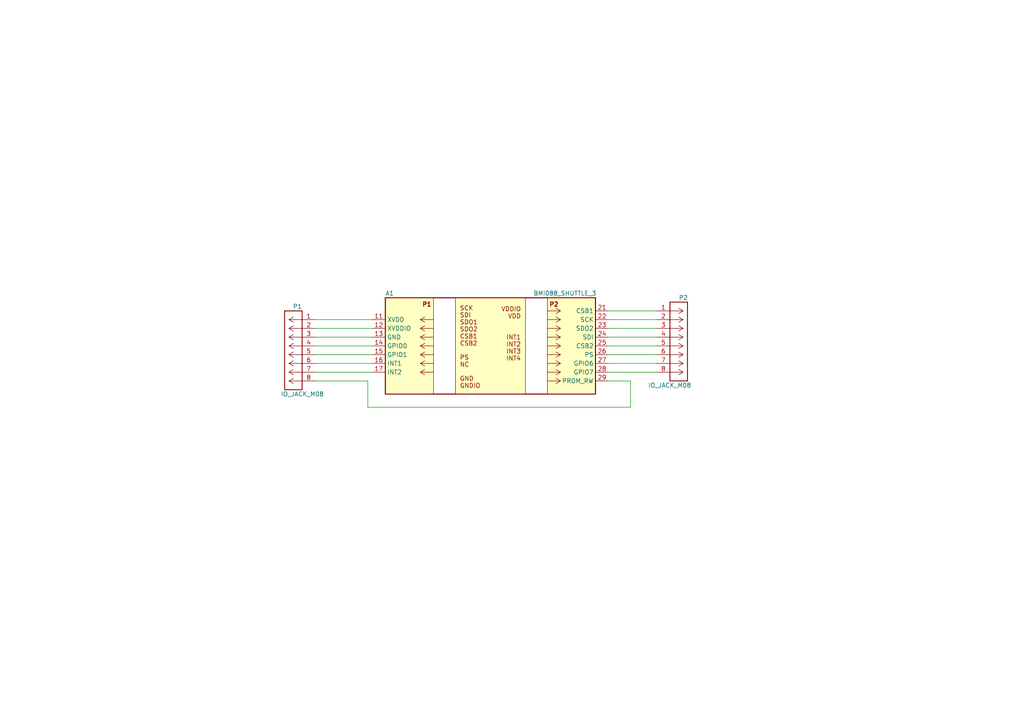
<source format=kicad_sch>
(kicad_sch (version 20230121) (generator eeschema)
  (paper "A4")
  (lib_symbols
    (symbol ".stumbler:BMI088_SHUTTLE_3"
      (property "Reference" "A" (at -30.48 1.27 0))
      (property "Value" "BMI088_SHUTTLE_3" (at 30.48 -29.21 0))
      (symbol "BMI088_SHUTTLE_3_0_1"
        (rectangle (start -30.48 0) (end -16.51 -27.94) (fill (type background)))
        (rectangle (start -30.48 0) (end 30.48 -27.94) (stroke (width 0.3048)))
        (rectangle (start 16.51 0) (end 30.48 -27.94) (fill (type background)))
        (text "P1" (at -18.415 -1.905 0) (effects (font (size 1.27 1.27) bold)))
        (text "P2" (at 18.415 -1.905 0) (effects (font (size 1.27 1.27) bold)))
        (text "SCK\nSDI\nSDO1\nSDO2\nCSB1\nCSB2\n\nPS\nNC\n\nGND\nGNDIO\n\n" (at -8.89 -15.24 0) (effects (font (size 1.27 1.27)) (justify left)))
        (text "VDDIO\nVDD\n\n\nINT1\nINT2\nINT3\nINT4\n\n" (at 8.89 -11.43 0) (effects (font (size 1.27 1.27)) (justify right)))
      )
      (symbol "BMI088_SHUTTLE_3_1_1"
        (rectangle (start -10.16 0) (end 10.16 -27.94) (fill (type background)))
        (polyline (pts (xy -20.32 -21.59) (xy -19.05 -22.352)) (stroke (width 0.1524)))
        (polyline (pts (xy -20.32 -21.59) (xy -19.05 -20.828)) (stroke (width 0.1524)))
        (polyline (pts (xy -20.32 -19.05) (xy -19.05 -19.812)) (stroke (width 0.1524)))
        (polyline (pts (xy -20.32 -19.05) (xy -19.05 -18.288)) (stroke (width 0.1524)))
        (polyline (pts (xy -20.32 -16.51) (xy -19.05 -17.272)) (stroke (width 0.1524)))
        (polyline (pts (xy -20.32 -16.51) (xy -19.05 -15.748)) (stroke (width 0.1524)))
        (polyline (pts (xy -20.32 -13.97) (xy -19.05 -14.732)) (stroke (width 0.1524)))
        (polyline (pts (xy -20.32 -13.97) (xy -19.05 -13.208)) (stroke (width 0.1524)))
        (polyline (pts (xy -20.32 -11.43) (xy -19.05 -12.192)) (stroke (width 0.1524)))
        (polyline (pts (xy -20.32 -11.43) (xy -19.05 -10.668)) (stroke (width 0.1524)))
        (polyline (pts (xy -20.32 -8.89) (xy -19.05 -9.652)) (stroke (width 0.1524)))
        (polyline (pts (xy -20.32 -8.89) (xy -19.05 -8.128)) (stroke (width 0.1524)))
        (polyline (pts (xy -20.32 -6.35) (xy -19.05 -7.112)) (stroke (width 0.1524)))
        (polyline (pts (xy -20.32 -6.35) (xy -19.05 -5.588)) (stroke (width 0.1524)))
        (polyline (pts (xy -16.51 -21.59) (xy -20.32 -21.59)) (stroke (width 0.1524)))
        (polyline (pts (xy -16.51 -19.05) (xy -20.32 -19.05)) (stroke (width 0.1524)))
        (polyline (pts (xy -16.51 -16.51) (xy -20.32 -16.51)) (stroke (width 0.1524)))
        (polyline (pts (xy -16.51 -13.97) (xy -20.32 -13.97)) (stroke (width 0.1524)))
        (polyline (pts (xy -16.51 -11.43) (xy -20.32 -11.43)) (stroke (width 0.1524)))
        (polyline (pts (xy -16.51 -8.89) (xy -20.32 -8.89)) (stroke (width 0.1524)))
        (polyline (pts (xy -16.51 -6.35) (xy -20.32 -6.35)) (stroke (width 0.1524)))
        (polyline (pts (xy 16.51 -24.13) (xy 20.32 -24.13)) (stroke (width 0.1524)))
        (polyline (pts (xy 16.51 -21.59) (xy 20.32 -21.59)) (stroke (width 0.1524)))
        (polyline (pts (xy 16.51 -19.05) (xy 20.32 -19.05)) (stroke (width 0.1524)))
        (polyline (pts (xy 16.51 -16.51) (xy 20.32 -16.51)) (stroke (width 0.1524)))
        (polyline (pts (xy 16.51 -13.97) (xy 20.32 -13.97)) (stroke (width 0.1524)))
        (polyline (pts (xy 16.51 -11.43) (xy 20.32 -11.43)) (stroke (width 0.1524)))
        (polyline (pts (xy 16.51 -8.89) (xy 20.32 -8.89)) (stroke (width 0.1524)))
        (polyline (pts (xy 16.51 -6.35) (xy 20.32 -6.35)) (stroke (width 0.1524)))
        (polyline (pts (xy 16.51 -3.81) (xy 20.32 -3.81)) (stroke (width 0.1524)))
        (polyline (pts (xy 20.32 -24.13) (xy 19.05 -24.892)) (stroke (width 0.1524)))
        (polyline (pts (xy 20.32 -24.13) (xy 19.05 -23.368)) (stroke (width 0.1524)))
        (polyline (pts (xy 20.32 -21.59) (xy 19.05 -22.352)) (stroke (width 0.1524)))
        (polyline (pts (xy 20.32 -21.59) (xy 19.05 -20.828)) (stroke (width 0.1524)))
        (polyline (pts (xy 20.32 -19.05) (xy 19.05 -19.812)) (stroke (width 0.1524)))
        (polyline (pts (xy 20.32 -19.05) (xy 19.05 -18.288)) (stroke (width 0.1524)))
        (polyline (pts (xy 20.32 -16.51) (xy 19.05 -17.272)) (stroke (width 0.1524)))
        (polyline (pts (xy 20.32 -16.51) (xy 19.05 -15.748)) (stroke (width 0.1524)))
        (polyline (pts (xy 20.32 -13.97) (xy 19.05 -14.732)) (stroke (width 0.1524)))
        (polyline (pts (xy 20.32 -13.97) (xy 19.05 -13.208)) (stroke (width 0.1524)))
        (polyline (pts (xy 20.32 -11.43) (xy 19.05 -12.192)) (stroke (width 0.1524)))
        (polyline (pts (xy 20.32 -11.43) (xy 19.05 -10.668)) (stroke (width 0.1524)))
        (polyline (pts (xy 20.32 -8.89) (xy 19.05 -9.652)) (stroke (width 0.1524)))
        (polyline (pts (xy 20.32 -8.89) (xy 19.05 -8.128)) (stroke (width 0.1524)))
        (polyline (pts (xy 20.32 -6.35) (xy 19.05 -7.112)) (stroke (width 0.1524)))
        (polyline (pts (xy 20.32 -6.35) (xy 19.05 -5.588)) (stroke (width 0.1524)))
        (polyline (pts (xy 20.32 -3.81) (xy 19.05 -4.572)) (stroke (width 0.1524)))
        (polyline (pts (xy 20.32 -3.81) (xy 19.05 -3.048)) (stroke (width 0.1524)))
        (pin power_in line (at -34.29 -6.35 0) (length 3.81) (name "XVDD") (number "11"))
        (pin power_in line (at -34.29 -8.89 0) (length 3.81) (name "XVDDIO") (number "12"))
        (pin power_in line (at -34.29 -11.43 0) (length 3.81) (name "GND") (number "13"))
        (pin passive line (at -34.29 -13.97 0) (length 3.81) (name "GPIO0") (number "14"))
        (pin passive line (at -34.29 -16.51 0) (length 3.81) (name "GPIO1") (number "15"))
        (pin passive line (at -34.29 -19.05 0) (length 3.81) (name "INT1") (number "16"))
        (pin passive line (at -34.29 -21.59 0) (length 3.81) (name "INT2") (number "17"))
        (pin passive line (at 34.29 -3.81 180) (length 3.81) (name "CSB1") (number "21"))
        (pin passive line (at 34.29 -6.35 180) (length 3.81) (name "SCK") (number "22"))
        (pin passive line (at 34.29 -8.89 180) (length 3.81) (name "SDO2") (number "23"))
        (pin passive line (at 34.29 -11.43 180) (length 3.81) (name "SDI") (number "24"))
        (pin passive line (at 34.29 -13.97 180) (length 3.81) (name "CSB2") (number "25"))
        (pin passive line (at 34.29 -16.51 180) (length 3.81) (name "PS") (number "26"))
        (pin passive line (at 34.29 -19.05 180) (length 3.81) (name "GPIO6") (number "27"))
        (pin passive line (at 34.29 -21.59 180) (length 3.81) (name "GPIO7") (number "28"))
        (pin passive line (at 34.29 -24.13 180) (length 3.81) (name "PROM_RW") (number "29"))
      )
    )
    (symbol ".stumbler:IO_JACK_M08" (pin_names (offset 1.016) hide)
      (property "Reference" "J" (at 0 12.7 0))
      (property "Value" "IO_JACK_M08" (at 0 -12.7 0))
      (symbol "IO_JACK_M08_1_1"
        (polyline (pts (xy -5.08 -11.43) (xy 0 -11.43)) (stroke (width 0.254)))
        (polyline (pts (xy -5.08 -8.89) (xy -1.27 -8.89)) (stroke (width 0.1524)))
        (polyline (pts (xy -5.08 -6.35) (xy -1.27 -6.35)) (stroke (width 0.1524)))
        (polyline (pts (xy -5.08 -3.81) (xy -1.27 -3.81)) (stroke (width 0.1524)))
        (polyline (pts (xy -5.08 -1.27) (xy -1.27 -1.27)) (stroke (width 0.1524)))
        (polyline (pts (xy -5.08 1.27) (xy -1.27 1.27)) (stroke (width 0.1524)))
        (polyline (pts (xy -5.08 3.81) (xy -1.27 3.81)) (stroke (width 0.1524)))
        (polyline (pts (xy -5.08 6.35) (xy -1.27 6.35)) (stroke (width 0.1524)))
        (polyline (pts (xy -5.08 8.89) (xy -1.27 8.89)) (stroke (width 0.1524)))
        (polyline (pts (xy -5.08 11.43) (xy -5.08 -11.43)) (stroke (width 0.254)))
        (polyline (pts (xy -5.08 11.43) (xy 0 11.43)) (stroke (width 0.254)))
        (polyline (pts (xy -1.27 -8.89) (xy -2.54 -9.652)) (stroke (width 0.1524)))
        (polyline (pts (xy -1.27 -8.89) (xy -2.54 -8.128)) (stroke (width 0.1524)))
        (polyline (pts (xy -1.27 -6.35) (xy -2.54 -7.112)) (stroke (width 0.1524)))
        (polyline (pts (xy -1.27 -6.35) (xy -2.54 -5.588)) (stroke (width 0.1524)))
        (polyline (pts (xy -1.27 -3.81) (xy -2.54 -4.572)) (stroke (width 0.1524)))
        (polyline (pts (xy -1.27 -3.81) (xy -2.54 -3.048)) (stroke (width 0.1524)))
        (polyline (pts (xy -1.27 -1.27) (xy -2.54 -2.032)) (stroke (width 0.1524)))
        (polyline (pts (xy -1.27 -1.27) (xy -2.54 -0.508)) (stroke (width 0.1524)))
        (polyline (pts (xy -1.27 1.27) (xy -2.54 0.508)) (stroke (width 0.1524)))
        (polyline (pts (xy -1.27 1.27) (xy -2.54 2.032)) (stroke (width 0.1524)))
        (polyline (pts (xy -1.27 3.81) (xy -2.54 3.048)) (stroke (width 0.1524)))
        (polyline (pts (xy -1.27 3.81) (xy -2.54 4.572)) (stroke (width 0.1524)))
        (polyline (pts (xy -1.27 6.35) (xy -2.54 5.588)) (stroke (width 0.1524)))
        (polyline (pts (xy -1.27 6.35) (xy -2.54 7.112)) (stroke (width 0.1524)))
        (polyline (pts (xy -1.27 8.89) (xy -2.54 8.128)) (stroke (width 0.1524)))
        (polyline (pts (xy -1.27 8.89) (xy -2.54 9.652)) (stroke (width 0.1524)))
        (polyline (pts (xy 0 11.43) (xy 0 -11.43)) (stroke (width 0.254)))
        (pin passive line (at -8.89 8.89 0) (length 3.81) (name "~") (number "1"))
        (pin passive line (at -8.89 6.35 0) (length 3.81) (name "~") (number "2"))
        (pin passive line (at -8.89 3.81 0) (length 3.81) (name "~") (number "3"))
        (pin passive line (at -8.89 1.27 0) (length 3.81) (name "~") (number "4"))
        (pin passive line (at -8.89 -1.27 0) (length 3.81) (name "~") (number "5"))
        (pin passive line (at -8.89 -3.81 0) (length 3.81) (name "~") (number "6"))
        (pin passive line (at -8.89 -6.35 0) (length 3.81) (name "~") (number "7"))
        (pin passive line (at -8.89 -8.89 0) (length 3.81) (name "~") (number "8"))
      )
    )
  )
  (wire (pts (xy 91.44 107.95) (xy 107.95 107.95)))
  (wire (pts (xy 91.44 100.33) (xy 107.95 100.33)))
  (wire (pts (xy 190.5 102.87) (xy 176.53 102.87)))
  (wire (pts (xy 182.88 110.49) (xy 176.53 110.49)))
  (wire (pts (xy 106.68 110.49) (xy 106.68 118.11)))
  (wire (pts (xy 190.5 105.41) (xy 176.53 105.41)))
  (wire (pts (xy 190.5 100.33) (xy 176.53 100.33)))
  (wire (pts (xy 106.68 118.11) (xy 182.88 118.11)))
  (wire (pts (xy 91.44 110.49) (xy 106.68 110.49)))
  (wire (pts (xy 190.5 90.17) (xy 176.53 90.17)))
  (wire (pts (xy 190.5 107.95) (xy 176.53 107.95)))
  (wire (pts (xy 91.44 105.41) (xy 107.95 105.41)))
  (wire (pts (xy 91.44 102.87) (xy 107.95 102.87)))
  (wire (pts (xy 182.88 118.11) (xy 182.88 110.49)))
  (wire (pts (xy 91.44 97.79) (xy 107.95 97.79)))
  (wire (pts (xy 190.5 92.71) (xy 176.53 92.71)))
  (wire (pts (xy 91.44 92.71) (xy 107.95 92.71)))
  (wire (pts (xy 91.44 95.25) (xy 107.95 95.25)))
  (wire (pts (xy 190.5 95.25) (xy 176.53 95.25)))
  (wire (pts (xy 190.5 97.79) (xy 176.53 97.79)))
  (symbol (lib_id ".stumbler:IO_JACK_M08") (at 82.55 101.6 0) (mirror y) (unit 1)
    (property "Reference" "P1" (at 87.63 88.9 0) (effects (justify left)))
    (property "Value" "IO_JACK_M08" (at 93.98 114.3 0) (effects (justify left)))
    (property "Footprint" "Connector_PinHeader_2.54mm:PinHeader_1x08_P2.54mm_Vertical" (effects hide))
  )
  (symbol (lib_id ".stumbler:IO_JACK_M08") (at 199.39 99.06 0) (unit 1)
    (property "Reference" "P2" (at 196.85 86.36 0) (effects (justify left)))
    (property "Value" "IO_JACK_M08" (at 187.96 111.76 0) (effects (justify left)))
    (property "Footprint" "Connector_PinHeader_2.54mm:PinHeader_1x08_P2.54mm_Vertical" (effects hide))
  )
  (symbol (lib_id ".stumbler:BMI088_SHUTTLE_3") (at 142.24 86.36 0) (unit 1)
    (property "Reference" "A1" (at 113.03 85.09 0))
    (property "Value" "BMI088_SHUTTLE_3" (at 163.83 85.09 0))
    (property "Footprint" ".stumbler:ASSY_BMI088_SHUTTLE_3" (effects hide))
    (property "Datasheet" "https://www.bosch-sensortec.com/media/boschsensortec/downloads/shuttle_board_flyer/application_board_3_1/bst-bmi088-sf000.pdf" (effects hide))
  )
)
</source>
